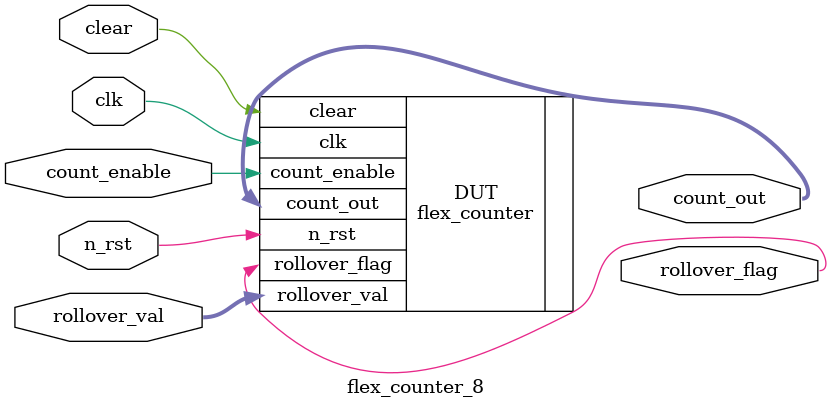
<source format=sv>

module flex_counter_8
(
	input clk,
	input n_rst,
	input clear,
	input count_enable,
	input [7:0] rollover_val,
	output [7:0] count_out,
	output rollover_flag
);

flex_counter #(.NUM_CNT_BITS(8)) DUT (.clk(clk), 
                                      .n_rst(n_rst), 
                                      .clear(clear), 
                                      .count_enable(count_enable),
                                      .rollover_val(rollover_val),
                                      .count_out(count_out),
                                      .rollover_flag(rollover_flag));
endmodule

</source>
